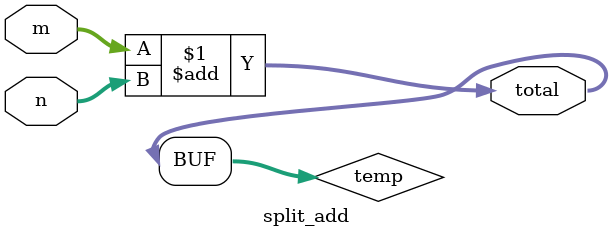
<source format=sv>
module split_add(
  input [7:0] m, n,
  output [8:0] total
);
  wire [8:0] temp = m + n;
  assign total = temp; //Separate assignment
endmodule
</source>
